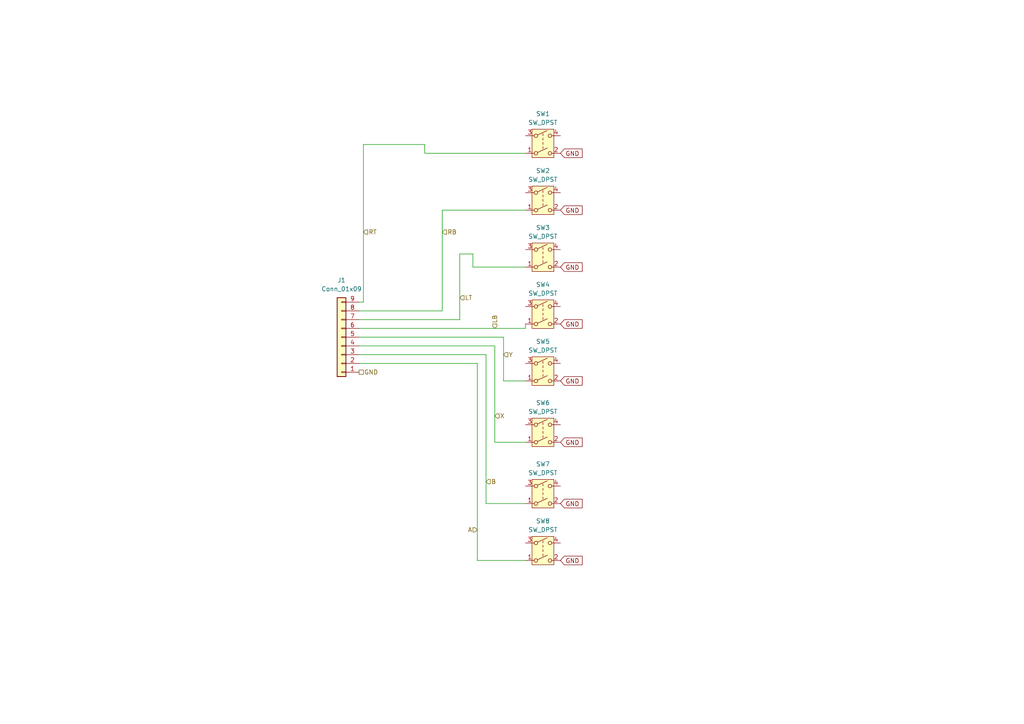
<source format=kicad_sch>
(kicad_sch (version 20231120) (generator "eeschema") (generator_version "8.0")
  (paper "A4")
  (lib_symbols
    (symbol "Connector_Generic:Conn_01x09" (pin_names (offset 1.016) hide)
      (property "Reference" "J" (at 0 12.7 0))
      (property "Value" "Conn_01x09" (at 0 -12.7 0))
      (symbol "Conn_01x09_1_1"
        (rectangle (start -1.27 -10.033) (end 0 -10.287) (stroke (width 0.1524)))
        (rectangle (start -1.27 -7.493) (end 0 -7.747) (stroke (width 0.1524)))
        (rectangle (start -1.27 -4.953) (end 0 -5.207) (stroke (width 0.1524)))
        (rectangle (start -1.27 -2.413) (end 0 -2.667) (stroke (width 0.1524)))
        (rectangle (start -1.27 0.127) (end 0 -0.127) (stroke (width 0.1524)))
        (rectangle (start -1.27 2.667) (end 0 2.413) (stroke (width 0.1524)))
        (rectangle (start -1.27 5.207) (end 0 4.953) (stroke (width 0.1524)))
        (rectangle (start -1.27 7.747) (end 0 7.493) (stroke (width 0.1524)))
        (rectangle (start -1.27 10.287) (end 0 10.033) (stroke (width 0.1524)))
        (rectangle (start -1.27 11.43) (end 1.27 -11.43) (stroke (width 0.254)) (fill (type background)))
        (pin passive line (at -5.08 10.16 0) (length 3.81) (name "Pin_1") (number "1"))
        (pin passive line (at -5.08 7.62 0) (length 3.81) (name "Pin_2") (number "2"))
        (pin passive line (at -5.08 5.08 0) (length 3.81) (name "Pin_3") (number "3"))
        (pin passive line (at -5.08 2.54 0) (length 3.81) (name "Pin_4") (number "4"))
        (pin passive line (at -5.08 0 0) (length 3.81) (name "Pin_5") (number "5"))
        (pin passive line (at -5.08 -2.54 0) (length 3.81) (name "Pin_6") (number "6"))
        (pin passive line (at -5.08 -5.08 0) (length 3.81) (name "Pin_7") (number "7"))
        (pin passive line (at -5.08 -7.62 0) (length 3.81) (name "Pin_8") (number "8"))
        (pin passive line (at -5.08 -10.16 0) (length 3.81) (name "Pin_9") (number "9"))
      )
    )
    (symbol "Switch:SW_DPST" (pin_names (offset 0) hide)
      (property "Reference" "SW" (at 0 6.35 0))
      (property "Value" "SW_DPST" (at 0 -5.08 0))
      (symbol "SW_DPST_0_0"
        (circle (center -2.032 -2.54) (radius 0.508))
        (circle (center -2.032 2.54) (radius 0.508))
        (polyline (pts (xy -1.524 -2.286) (xy 1.27 -1.016)))
        (polyline (pts (xy -1.524 2.794) (xy 1.27 4.064)))
        (polyline (pts (xy 0 -1.27) (xy 0 -0.635)))
        (polyline (pts (xy 0 0) (xy 0 0.635)))
        (polyline (pts (xy 0 1.27) (xy 0 1.905)))
        (polyline (pts (xy 0 2.54) (xy 0 3.175)))
        (circle (center 2.032 -2.54) (radius 0.508))
        (circle (center 2.032 2.54) (radius 0.508))
      )
      (symbol "SW_DPST_1_1"
        (rectangle (start -3.175 4.445) (end 3.175 -3.81) (fill (type background)))
        (pin passive line (at -5.08 -2.54 0) (length 2.54) (name "1") (number "1"))
        (pin passive line (at 5.08 -2.54 180) (length 2.54) (name "2") (number "2"))
        (pin passive line (at -5.08 2.54 0) (length 2.54) (name "3") (number "3"))
        (pin passive line (at 5.08 2.54 180) (length 2.54) (name "4") (number "4"))
      )
    )
  )
  (wire (pts (xy 104.14 102.87) (xy 140.97 102.87)))
  (wire (pts (xy 133.35 73.66) (xy 137.16 73.66)))
  (wire (pts (xy 138.43 105.41) (xy 138.43 162.56)))
  (wire (pts (xy 128.27 60.96) (xy 152.4 60.96)))
  (wire (pts (xy 104.14 97.79) (xy 146.05 97.79)))
  (wire (pts (xy 123.19 44.45) (xy 152.4 44.45)))
  (wire (pts (xy 146.05 97.79) (xy 146.05 110.49)))
  (wire (pts (xy 123.19 41.91) (xy 123.19 44.45)))
  (wire (pts (xy 143.51 100.33) (xy 143.51 128.27)))
  (wire (pts (xy 133.35 92.71) (xy 104.14 92.71)))
  (wire (pts (xy 133.35 73.66) (xy 133.35 92.71)))
  (wire (pts (xy 143.51 128.27) (xy 152.4 128.27)))
  (wire (pts (xy 104.14 105.41) (xy 138.43 105.41)))
  (wire (pts (xy 137.16 73.66) (xy 137.16 77.47)))
  (wire (pts (xy 138.43 162.56) (xy 152.4 162.56)))
  (wire (pts (xy 152.4 95.25) (xy 152.4 93.98)))
  (wire (pts (xy 128.27 90.17) (xy 128.27 60.96)))
  (wire (pts (xy 146.05 110.49) (xy 152.4 110.49)))
  (wire (pts (xy 105.41 87.63) (xy 104.14 87.63)))
  (wire (pts (xy 137.16 77.47) (xy 152.4 77.47)))
  (wire (pts (xy 105.41 41.91) (xy 105.41 87.63)))
  (wire (pts (xy 140.97 102.87) (xy 140.97 146.05)))
  (wire (pts (xy 140.97 146.05) (xy 152.4 146.05)))
  (wire (pts (xy 104.14 95.25) (xy 152.4 95.25)))
  (wire (pts (xy 123.19 41.91) (xy 105.41 41.91)))
  (wire (pts (xy 104.14 90.17) (xy 128.27 90.17)))
  (wire (pts (xy 104.14 100.33) (xy 143.51 100.33)))
  (global_label "GND" (shape input) (at 162.56 77.47 0) (property "Intersheetrefs" "${INTERSHEET_REFS}" (effects (hide yes))))
  (global_label "GND" (shape input) (at 162.56 128.27 0) (property "Intersheetrefs" "${INTERSHEET_REFS}" (effects (hide yes))))
  (global_label "GND" (shape input) (at 162.56 60.96 0) (property "Intersheetrefs" "${INTERSHEET_REFS}" (effects (hide yes))))
  (global_label "GND" (shape input) (at 162.56 110.49 0) (property "Intersheetrefs" "${INTERSHEET_REFS}" (effects (hide yes))))
  (global_label "GND" (shape input) (at 162.56 93.98 0) (property "Intersheetrefs" "${INTERSHEET_REFS}" (effects (hide yes))))
  (global_label "GND" (shape input) (at 162.56 162.56 0) (property "Intersheetrefs" "${INTERSHEET_REFS}" (effects (hide yes))))
  (global_label "GND" (shape input) (at 162.56 146.05 0) (property "Intersheetrefs" "${INTERSHEET_REFS}" (effects (hide yes))))
  (global_label "GND" (shape input) (at 162.56 44.45 0) (property "Intersheetrefs" "${INTERSHEET_REFS}" (effects (hide yes))))
  (hierarchical_label "A" (shape input) (at 138.43 153.67 180))
  (hierarchical_label "X" (shape input) (at 143.51 120.65 0))
  (hierarchical_label "RB" (shape input) (at 128.27 67.31 0))
  (hierarchical_label "RT" (shape input) (at 105.41 67.31 0))
  (hierarchical_label "LB" (shape input) (at 143.51 95.25 90))
  (hierarchical_label "B" (shape input) (at 140.97 139.7 0))
  (hierarchical_label "Y" (shape input) (at 146.05 102.87 0))
  (hierarchical_label "LT" (shape input) (at 133.35 86.36 0))
  (hierarchical_label "GND" (shape passive) (at 104.14 107.95 0))
  (symbol (lib_id "Switch:SW_DPST") (at 157.48 58.42 0) (unit 1)
    (property "Reference" "SW2" (at 157.48 49.53 0))
    (property "Value" "SW_DPST" (at 157.48 52.07 0))
    (property "Footprint" "Button_Switch_THT:SW_PUSH_6mm" (effects (hide yes)))
    (property "Description" "Double Pole Single Throw (DPST) Switch" (effects (hide yes)))
  )
  (symbol (lib_id "Switch:SW_DPST") (at 157.48 41.91 0) (unit 1)
    (property "Reference" "SW1" (at 157.48 33.02 0))
    (property "Value" "SW_DPST" (at 157.48 35.56 0))
    (property "Footprint" "Button_Switch_THT:SW_PUSH_6mm" (effects (hide yes)))
    (property "Description" "Double Pole Single Throw (DPST) Switch" (effects (hide yes)))
  )
  (symbol (lib_id "Switch:SW_DPST") (at 157.48 74.93 0) (unit 1)
    (property "Reference" "SW3" (at 157.48 66.04 0))
    (property "Value" "SW_DPST" (at 157.48 68.58 0))
    (property "Footprint" "Button_Switch_THT:SW_PUSH_6mm" (effects (hide yes)))
    (property "Description" "Double Pole Single Throw (DPST) Switch" (effects (hide yes)))
  )
  (symbol (lib_id "Switch:SW_DPST") (at 157.48 143.51 0) (unit 1)
    (property "Reference" "SW7" (at 157.48 134.62 0))
    (property "Value" "SW_DPST" (at 157.48 137.16 0))
    (property "Footprint" "Button_Switch_THT:SW_PUSH_6mm" (effects (hide yes)))
    (property "Description" "Double Pole Single Throw (DPST) Switch" (effects (hide yes)))
  )
  (symbol (lib_id "Switch:SW_DPST") (at 157.48 160.02 0) (unit 1)
    (property "Reference" "SW8" (at 157.48 151.13 0))
    (property "Value" "SW_DPST" (at 157.48 153.67 0))
    (property "Footprint" "Button_Switch_THT:SW_PUSH_6mm" (effects (hide yes)))
    (property "Description" "Double Pole Single Throw (DPST) Switch" (effects (hide yes)))
  )
  (symbol (lib_id "Switch:SW_DPST") (at 157.48 91.44 0) (unit 1)
    (property "Reference" "SW4" (at 157.48 82.55 0))
    (property "Value" "SW_DPST" (at 157.48 85.09 0))
    (property "Footprint" "Button_Switch_THT:SW_PUSH_6mm" (effects (hide yes)))
    (property "Description" "Double Pole Single Throw (DPST) Switch" (effects (hide yes)))
  )
  (symbol (lib_id "Connector_Generic:Conn_01x09") (at 99.06 97.79 180) (unit 1)
    (property "Reference" "J1" (at 99.06 81.28 0))
    (property "Value" "Conn_01x09" (at 99.06 83.82 0))
    (property "Footprint" "Connector_PinHeader_2.54mm:PinHeader_1x09_P2.54mm_Vertical" (effects (hide yes)))
    (property "Description" "Generic connector, single row, 01x09, script generated (kicad-library-utils/schlib/autogen/connector/)" (effects (hide yes)))
  )
  (symbol (lib_id "Switch:SW_DPST") (at 157.48 107.95 0) (unit 1)
    (property "Reference" "SW5" (at 157.48 99.06 0))
    (property "Value" "SW_DPST" (at 157.48 101.6 0))
    (property "Footprint" "Button_Switch_THT:SW_PUSH_6mm" (effects (hide yes)))
    (property "Description" "Double Pole Single Throw (DPST) Switch" (effects (hide yes)))
  )
  (symbol (lib_id "Switch:SW_DPST") (at 157.48 125.73 0) (unit 1)
    (property "Reference" "SW6" (at 157.48 116.84 0))
    (property "Value" "SW_DPST" (at 157.48 119.38 0))
    (property "Footprint" "Button_Switch_THT:SW_PUSH_6mm" (effects (hide yes)))
    (property "Description" "Double Pole Single Throw (DPST) Switch" (effects (hide yes)))
  )
)
</source>
